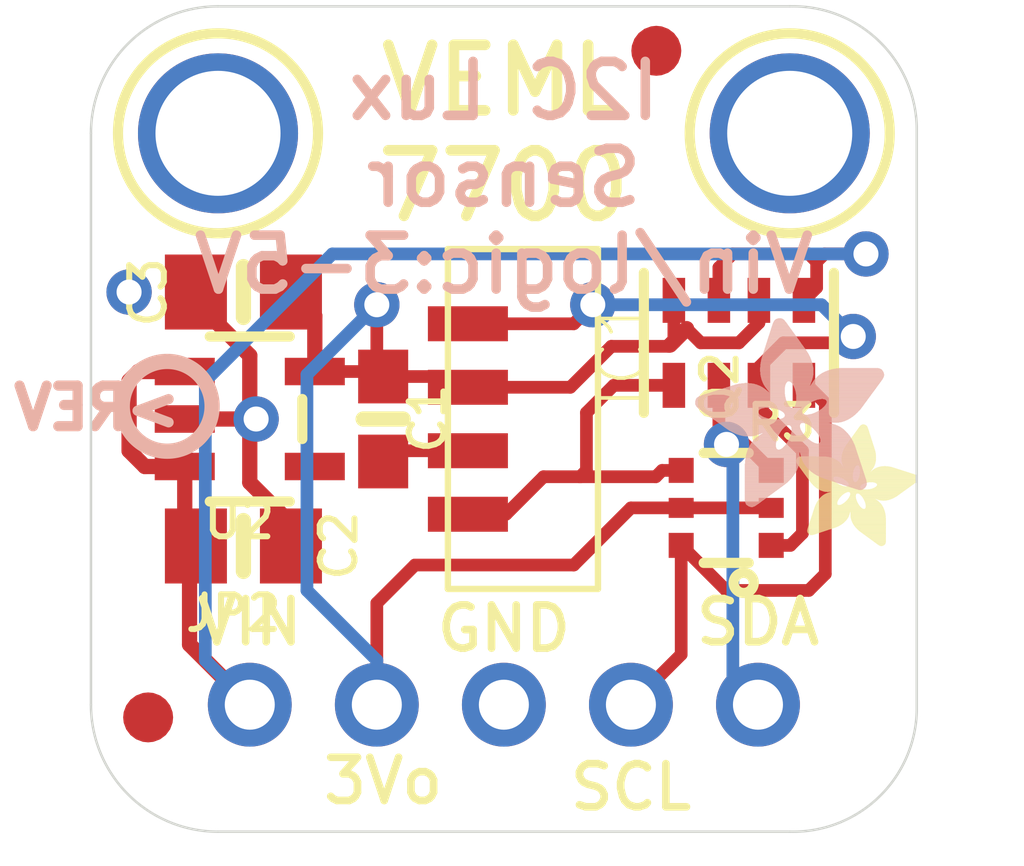
<source format=kicad_pcb>
(kicad_pcb (version 20211014) (generator pcbnew)
  (layers (0 "F.Cu" signal) (31 "B.Cu" signal) (34 "B.Paste" user) (35 "F.Paste" user) (36 "B.SilkS" user "B.Silkscreen") (37 "F.SilkS" user "F.Silkscreen") (38 "B.Mask" user) (39 "F.Mask" user) (44 "Edge.Cuts" user))
  (net 0 "")
  (net 1 "GND")
  (net 2 "SDA")
  (net 3 "SCL")
  (net 4 "VIN")
  (net 5 "SCL_3V")
  (net 6 "SDA_3V")
  (net 7 "3.3V")
  (footprint "boardEagle:SOT23-5" (layer "F.Cu") (at 143.4211 105.0036 -90)
    (fp_text reference "U2" (at 2.032 -0.562) (layer "F.SilkS") (effects (font (size 0.692831 0.692831) (thickness 0.119969)) (justify right)))
    (fp_text value "AP2112K-3.3")
    (pad "1" smd rect (at -0.95 1.3001 270) (size 0.55 1.2) (layers "F.Cu" "F.Paste" "F.Mask") (net 4 "VIN"))
    (pad "2" smd rect (at 0 1.3001 270) (size 0.55 1.2) (layers "F.Cu" "F.Paste" "F.Mask") (net 1 "GND"))
    (pad "3" smd rect (at 0.95 1.3001 270) (size 0.55 1.2) (layers "F.Cu" "F.Paste" "F.Mask") (net 4 "VIN"))
    (pad "4" smd rect (at 0.95 -1.3001 270) (size 0.55 1.2) (layers "F.Cu" "F.Paste" "F.Mask"))
    (pad "5" smd rect (at -0.95 -1.3001 270) (size 0.55 1.2) (layers "F.Cu" "F.Paste" "F.Mask") (net 7 "3.3V"))
  )
  (footprint "boardEagle:0805-NO" (layer "F.Cu") (at 143.2941 102.4636 180)
    (fp_text reference "C3" (at 1.905 -0.762 90) (layer "F.SilkS") (effects (font (size 0.692831 0.692831) (thickness 0.119969)) (justify left)))
    (fp_text value "10uF")
    (pad "1" smd rect (at -0.95 0 180) (size 1.24 1.5) (layers "F.Cu" "F.Paste" "F.Mask") (net 7 "3.3V"))
    (pad "2" smd rect (at 0.95 0 180) (size 1.24 1.5) (layers "F.Cu" "F.Paste" "F.Mask") (net 1 "GND"))
  )
  (footprint "boardEagle:0805-NO" (layer "F.Cu") (at 143.2941 107.5436)
    (fp_text reference "C2" (at 1.905 -0.762 90) (layer "F.SilkS") (effects (font (size 0.692831 0.692831) (thickness 0.119969)) (justify right)))
    (fp_text value "10uF")
    (pad "1" smd rect (at -0.95 0) (size 1.24 1.5) (layers "F.Cu" "F.Paste" "F.Mask") (net 4 "VIN"))
    (pad "2" smd rect (at 0.95 0) (size 1.24 1.5) (layers "F.Cu" "F.Paste" "F.Mask") (net 1 "GND"))
  )
  (footprint "boardEagle:FIDUCIAL_1MM" (layer "F.Cu") (at 151.5491 97.6376)
    (fp_text reference "FID1" hide)
    (fp_text value "FIDUCIAL_1MM" hide)
    (pad "1" smd roundrect (at 0 0) (size 1 1) (layers "F.Cu" "F.Mask") (roundrect_rratio 0.5))
  )
  (footprint "boardEagle:0603-NO" (layer "F.Cu") (at 146.0881 105.0036 -90)
    (fp_text reference "C1" (at -0.762 -0.889 90) (layer "F.SilkS") (effects (font (size 0.692831 0.692831) (thickness 0.119969)) (justify right)))
    (fp_text value "0.1uF")
    (pad "1" smd rect (at -0.85 0 270) (size 1.075 1) (layers "F.Cu" "F.Paste" "F.Mask") (net 7 "3.3V"))
    (pad "2" smd rect (at 0.85 0 270) (size 1.075 1) (layers "F.Cu" "F.Paste" "F.Mask") (net 1 "GND"))
  )
  (footprint "boardEagle:SOT363" (layer "F.Cu") (at 152.9461 106.7816 90)
    (fp_text reference "Q2" (at 1.651 -0.127 90) (layer "F.SilkS") (effects (font (size 0.692831 0.692831) (thickness 0.119969)) (justify left)))
    (fp_text value "BSS138")
    (pad "1" smd rect (at -0.75 0.9 90) (size 0.5 0.5) (layers "F.Cu" "F.Paste" "F.Mask") (net 5 "SCL_3V"))
    (pad "2" smd rect (at 0 0.9 90) (size 0.4 0.5) (layers "F.Cu" "F.Paste" "F.Mask") (net 7 "3.3V"))
    (pad "3" smd rect (at 0.75 0.9 90) (size 0.5 0.5) (layers "F.Cu" "F.Paste" "F.Mask") (net 2 "SDA"))
    (pad "4" smd rect (at 0.75 -0.9 90) (size 0.5 0.5) (layers "F.Cu" "F.Paste" "F.Mask") (net 6 "SDA_3V"))
    (pad "5" smd rect (at 0 -0.9 90) (size 0.4 0.5) (layers "F.Cu" "F.Paste" "F.Mask") (net 7 "3.3V"))
    (pad "6" smd rect (at -0.75 -0.9 90) (size 0.5 0.5) (layers "F.Cu" "F.Paste" "F.Mask") (net 3 "SCL"))
  )
  (footprint "boardEagle:FIDUCIAL_1MM" (layer "F.Cu") (at 141.3891 110.9726)
    (fp_text reference "FID2" hide)
    (fp_text value "FIDUCIAL_1MM" hide)
    (pad "1" smd roundrect (at 0 0) (size 1 1) (layers "F.Cu" "F.Mask") (roundrect_rratio 0.5))
  )
  (footprint "boardEagle:1X05_ROUND" (layer "F.Cu") (at 148.5011 110.7186)
    (fp_text reference "JP2" (at -6.4262 -1.8288) (layer "F.SilkS") (effects (font (size 0.692831 0.692831) (thickness 0.119969)) (justify left)))
    (fp_text value "")
    (pad "1" thru_hole circle (at -5.08 0 90) (size 1.6764 1.6764) (drill 1) (layers *.Cu *.Mask) (net 4 "VIN"))
    (pad "2" thru_hole circle (at -2.54 0 90) (size 1.6764 1.6764) (drill 1) (layers *.Cu *.Mask) (net 7 "3.3V"))
    (pad "3" thru_hole circle (at 0 0 90) (size 1.6764 1.6764) (drill 1) (layers *.Cu *.Mask) (net 1 "GND"))
    (pad "4" thru_hole circle (at 2.54 0 90) (size 1.6764 1.6764) (drill 1) (layers *.Cu *.Mask) (net 3 "SCL"))
    (pad "5" thru_hole circle (at 5.08 0 90) (size 1.6764 1.6764) (drill 1) (layers *.Cu *.Mask) (net 2 "SDA"))
  )
  (footprint "boardEagle:RESPACK_4X0603" (layer "F.Cu") (at 153.2001 103.4796 180)
    (fp_text reference "R3" (at -1.6 -1.6) (layer "F.SilkS") (effects (font (size 0.692831 0.692831) (thickness 0.119969)) (justify right)))
    (fp_text value "10K")
    (pad "1" smd rect (at -1.3 0.85 180) (size 0.45 0.9) (layers "F.Cu" "F.Paste" "F.Mask") (net 4 "VIN"))
    (pad "2" smd rect (at -0.4 0.85 180) (size 0.45 0.9) (layers "F.Cu" "F.Paste" "F.Mask") (net 7 "3.3V"))
    (pad "3" smd rect (at 0.4 0.85 180) (size 0.45 0.9) (layers "F.Cu" "F.Paste" "F.Mask") (net 4 "VIN"))
    (pad "4" smd rect (at 1.3 0.85 180) (size 0.45 0.9) (layers "F.Cu" "F.Paste" "F.Mask") (net 7 "3.3V"))
    (pad "5" smd rect (at 1.3 -0.85 180) (size 0.45 0.9) (layers "F.Cu" "F.Paste" "F.Mask") (net 6 "SDA_3V"))
    (pad "6" smd rect (at 0.4 -0.85 180) (size 0.45 0.9) (layers "F.Cu" "F.Paste" "F.Mask") (net 2 "SDA"))
    (pad "7" smd rect (at -0.4 -0.85 180) (size 0.45 0.9) (layers "F.Cu" "F.Paste" "F.Mask") (net 5 "SCL_3V"))
    (pad "8" smd rect (at -1.3 -0.85 180) (size 0.45 0.9) (layers "F.Cu" "F.Paste" "F.Mask") (net 3 "SCL"))
  )
  (footprint "boardEagle:MOUNTINGHOLE_2.5_PLATED" (layer "F.Cu") (at 142.7861 99.2886)
    (fp_text reference "U$3" hide)
    (fp_text value "MOUNTINGHOLE2.5" hide)
    (pad "P$1" thru_hole circle (at 0 0) (size 3.2 3.2) (drill 2.5) (layers *.Cu *.Mask))
  )
  (footprint "boardEagle:VEML7700" (layer "F.Cu") (at 148.8821 105.0036 -90)
    (fp_text reference "IC1" (at -2.5 -2 90) (layer "F.SilkS") (effects (font (size 0.9264 0.9264) (thickness 0.0736)) (justify right)))
    (fp_text value "VEML7700")
    (pad "1" smd rect (at -1.905 1.1 180) (size 1.6 0.7) (layers "F.Cu" "F.Paste" "F.Mask") (net 5 "SCL_3V"))
    (pad "2" smd rect (at -0.635 1.1 180) (size 1.6 0.7) (layers "F.Cu" "F.Paste" "F.Mask") (net 7 "3.3V"))
    (pad "3" smd rect (at 0.635 1.1 180) (size 1.6 0.7) (layers "F.Cu" "F.Paste" "F.Mask") (net 1 "GND"))
    (pad "4" smd rect (at 1.905 1.1 180) (size 1.6 0.7) (layers "F.Cu" "F.Paste" "F.Mask") (net 6 "SDA_3V"))
  )
  (footprint "boardEagle:ADAFRUIT_2.5MM" (layer "F.Cu") (at 154.3431 107.5436)
    (fp_text reference "U$8" hide)
    (fp_text value "" hide)
  )
  (footprint "boardEagle:MOUNTINGHOLE_2.5_PLATED" (layer "F.Cu") (at 154.2161 99.2886)
    (fp_text reference "U$4" hide)
    (fp_text value "MOUNTINGHOLE2.5" hide)
    (pad "P$1" thru_hole circle (at 0 0) (size 3.2 3.2) (drill 2.5) (layers *.Cu *.Mask))
  )
  (footprint "boardEagle:KATTNI_STOP" (layer "B.Cu") (at 151.6761 106.1466 180)
    (fp_text reference "U$12" hide)
    (fp_text value "" hide)
  )
  (footprint "boardEagle:PCBFEAT-REV-040" (layer "B.Cu") (at 141.7701 104.7496 180)
    (fp_text reference "U$27" hide)
    (fp_text value "" hide)
    (fp_text user ">REV" (at -0.3556 -0.508) (layer "B.SilkS") (effects (font (size 0.8128 0.8128) (thickness 0.2032)) (justify left bottom mirror)))
  )
  (footprint "boardEagle:ADAFRUIT_3.5MM" (layer "B.Cu") (at 156.1211 106.7816 180)
    (fp_text reference "U$1" hide)
    (fp_text value "" hide)
  )
  (gr_arc (start 154.2161 96.7486) (mid 155.985849 97.429049) (end 156.7561 99.1616) (layer "Edge.Cuts") (width 0.05))
  (gr_line (start 140.2461 110.7186) (end 140.2461 99.2886) (layer "Edge.Cuts") (width 0.05))
  (gr_line (start 142.7861 96.7486) (end 154.2161 96.7486) (layer "Edge.Cuts") (width 0.05))
  (gr_arc (start 156.7561 110.8456) (mid 155.985849 112.578151) (end 154.2161 113.2586) (layer "Edge.Cuts") (width 0.05))
  (gr_line (start 154.2161 113.2586) (end 142.7861 113.2586) (layer "Edge.Cuts") (width 0.05))
  (gr_line (start 156.7561 99.1616) (end 156.7561 110.8456) (layer "Edge.Cuts") (width 0.05))
  (gr_arc (start 140.2461 99.2886) (mid 140.990049 97.492549) (end 142.7861 96.7486) (layer "Edge.Cuts") (width 0.05))
  (gr_arc (start 142.7861 113.2586) (mid 140.990049 112.514651) (end 140.2461 110.7186) (layer "Edge.Cuts") (width 0.05))
  (gr_text "I2C Lux\nSensor\nVin/logic:3-5V" (at 148.5011 100.1776) (layer "B.SilkS") (effects (font (size 1.0795 1.0795) (thickness 0.1905)) (justify mirror)))
  (gr_text "3Vo" (at 146.0881 112.2426) (layer "F.SilkS") (effects (font (size 0.8636 0.8636) (thickness 0.1524))))
  (gr_text "GND" (at 148.5011 109.1946) (layer "F.SilkS") (effects (font (size 0.8636 0.8636) (thickness 0.1524))))
  (gr_text "VIN" (at 143.4211 109.0676) (layer "F.SilkS") (effects (font (size 0.8636 0.8636) (thickness 0.1524))))
  (gr_text "SDA" (at 153.5811 109.0676) (layer "F.SilkS") (effects (font (size 0.8636 0.8636) (thickness 0.1524))))
  (gr_text "VEML\n7700" (at 148.5011 99.2886) (layer "F.SilkS") (effects (font (size 1.31064 1.31064) (thickness 0.21336))))
  (gr_text "SCL" (at 151.0411 112.3696) (layer "F.SilkS") (effects (font (size 0.8636 0.8636) (thickness 0.1524))))
  (segment (start 142.3441 102.6566) (end 142.3441 102.4636) (width 0.3048) (layer "F.Cu") (net 1))
  (segment (start 142.121 105.0036) (end 143.4211 105.0036) (width 0.3048) (layer "F.Cu") (net 1))
  (segment (start 144.2441 107.5436) (end 144.2441 107.0966) (width 0.3048) (layer "F.Cu") (net 1))
  (segment (start 147.7821 105.6386) (end 146.3031 105.6386) (width 0.254) (layer "F.Cu") (net 1))
  (segment (start 143.4211 103.7336) (end 142.3441 102.6566) (width 0.3048) (layer "F.Cu") (net 1))
  (segment (start 146.3031 105.6386) (end 146.0881 105.8536) (width 0.254) (layer "F.Cu") (net 1))
  (segment (start 143.4211 106.2736) (end 143.4211 105.0036) (width 0.3048) (layer "F.Cu") (net 1))
  (segment (start 144.2441 107.0966) (end 143.4211 106.2736) (width 0.3048) (layer "F.Cu") (net 1))
  (segment (start 143.4211 105.0036) (end 143.4211 103.7336) (width 0.3048) (layer "F.Cu") (net 1))
  (via (at 141.0081 102.4636) (size 0.9064) (drill 0.5) (layers "F.Cu" "B.Cu") (net 1))
  (via (at 143.5481 105.0036) (size 0.9064) (drill 0.5) (layers "F.Cu" "B.Cu") (net 1))
  (segment (start 152.9525 105.5116) (end 152.8001 105.5116) (width 0.254) (layer "F.Cu") (net 2))
  (segment (start 153.8461 106.0316) (end 153.0721 105.2576) (width 0.254) (layer "F.Cu") (net 2))
  (segment (start 153.0721 105.2576) (end 152.8001 105.2576) (width 0.254) (layer "F.Cu") (net 2))
  (segment (start 152.8001 105.2576) (end 152.8001 105.5116) (width 0.254) (layer "F.Cu") (net 2))
  (segment (start 152.8001 104.3296) (end 152.8001 105.2576) (width 0.254) (layer "F.Cu") (net 2))
  (via (at 152.9525 105.5116) (size 0.9064) (drill 0.5) (layers "F.Cu" "B.Cu") (net 2))
  (segment (start 153.5811 110.7186) (end 153.0795 110.217) (width 0.254) (layer "B.Cu") (net 2))
  (segment (start 153.0795 105.3846) (end 152.9525 105.5116) (width 0.254) (layer "B.Cu") (net 2))
  (segment (start 153.0795 105.3846) (end 153.0795 110.217) (width 0.254) (layer "B.Cu") (net 2))
  (segment (start 154.9273 104.687219) (end 154.569681 104.3296) (width 0.254) (layer "F.Cu") (net 3))
  (segment (start 152.0461 107.5316) (end 152.9471 108.4326) (width 0.254) (layer "F.Cu") (net 3))
  (segment (start 154.569681 104.3296) (end 154.5001 104.3296) (width 0.254) (layer "F.Cu") (net 3))
  (segment (start 152.0461 109.7136) (end 152.0461 107.5316) (width 0.254) (layer "F.Cu") (net 3))
  (segment (start 152.9471 108.4326) (end 154.5971 108.4326) (width 0.254) (layer "F.Cu") (net 3))
  (segment (start 154.9273 108.1024) (end 154.9273 104.687219) (width 0.254) (layer "F.Cu") (net 3))
  (segment (start 154.5971 108.4326) (end 154.9273 108.1024) (width 0.254) (layer "F.Cu") (net 3))
  (segment (start 151.0411 110.7186) (end 152.0461 109.7136) (width 0.254) (layer "F.Cu") (net 3))
  (segment (start 154.9111 101.7016) (end 154.7541 101.8586) (width 0.254) (layer "F.Cu") (net 4))
  (segment (start 153.0731 101.7016) (end 154.5971 101.7016) (width 0.254) (layer "F.Cu") (net 4))
  (segment (start 143.4211 110.7186) (end 142.2171 109.5146) (width 0.3048) (layer "F.Cu") (net 4))
  (segment (start 142.121 105.9536) (end 141.3231 105.9536) (width 0.3048) (layer "F.Cu") (net 4))
  (segment (start 154.7541 101.858607) (end 154.7541 102.3756) (width 0.254) (layer "F.Cu") (net 4))
  (segment (start 141.0081 104.241607) (end 141.1961 104.053604) (width 0.3048) (layer "F.Cu") (net 4))
  (segment (start 154.5971 101.701607) (end 154.5971 101.7016) (width 0.254) (layer "F.Cu") (net 4))
  (segment (start 154.7541 101.858607) (end 154.5971 101.701607) (width 0.254) (layer "F.Cu") (net 4))
  (segment (start 154.7541 102.3756) (end 154.5001 102.6296) (width 0.254) (layer "F.Cu") (net 4))
  (segment (start 152.8001 102.6296) (end 152.8001 101.9746) (width 0.254) (layer "F.Cu") (net 4))
  (segment (start 152.8001 101.9746) (end 153.0731 101.7016) (width 0.254) (layer "F.Cu") (net 4))
  (segment (start 141.0081 105.6386) (end 141.0081 104.241607) (width 0.3048) (layer "F.Cu") (net 4))
  (segment (start 142.2171 107.6706) (end 142.3441 107.5436) (width 0.3048) (layer "F.Cu") (net 4))
  (segment (start 154.7541 101.8586) (end 154.7541 101.858607) (width 0.254) (layer "F.Cu") (net 4))
  (segment (start 141.196103 104.0536) (end 142.121 104.0536) (width 0.3048) (layer "F.Cu") (net 4))
  (segment (start 155.7401 101.7016) (end 154.9111 101.7016) (width 0.254) (layer "F.Cu") (net 4))
  (segment (start 142.121 107.3205) (end 142.121 105.9536) (width 0.3048) (layer "F.Cu") (net 4))
  (segment (start 142.3441 107.5436) (end 142.121 107.3205) (width 0.3048) (layer "F.Cu") (net 4))
  (segment (start 141.3231 105.9536) (end 141.0081 105.6386) (width 0.3048) (layer "F.Cu") (net 4))
  (segment (start 141.1961 104.053604) (end 141.196103 104.0536) (width 0.3048) (layer "F.Cu") (net 4))
  (segment (start 142.2171 107.6706) (end 142.2171 109.5146) (width 0.3048) (layer "F.Cu") (net 4))
  (via (at 155.7401 101.7016) (size 0.9064) (drill 0.5) (layers "F.Cu" "B.Cu") (net 4))
  (segment (start 155.7401 101.7016) (end 145.0721 101.7016) (width 0.254) (layer "B.Cu") (net 4))
  (segment (start 145.0721 101.7016) (end 142.5321 104.2416) (width 0.254) (layer "B.Cu") (net 4))
  (segment (start 142.5321 104.2416) (end 142.5321 109.8296) (width 0.254) (layer "B.Cu") (net 4))
  (segment (start 142.5321 109.8296) (end 143.4211 110.7186) (width 0.254) (layer "B.Cu") (net 4))
  (segment (start 154.2281 107.5316) (end 153.8461 107.5316) (width 0.254) (layer "F.Cu") (net 5))
  (segment (start 153.6001 104.3296) (end 153.6001 104.7686) (width 0.254) (layer "F.Cu") (net 5))
  (segment (start 149.8981 103.0986) (end 150.2791 102.7176) (width 0.254) (layer "F.Cu") (net 5))
  (segment (start 154.4701 105.6386) (end 153.6001 104.7686) (width 0.254) (layer "F.Cu") (net 5))
  (segment (start 155.486096 103.3526) (end 155.359096 103.4796) (width 0.254) (layer "F.Cu") (net 5))
  (segment (start 147.7821 103.0986) (end 149.8981 103.0986) (width 0.254) (layer "F.Cu") (net 5))
  (segment (start 155.359096 103.4796) (end 154.0891 103.4796) (width 0.254) (layer "F.Cu") (net 5))
  (segment (start 153.6001 103.9686) (end 153.6001 104.3296) (width 0.254) (layer "F.Cu") (net 5))
  (segment (start 154.4701 107.2896) (end 154.2281 107.5316) (width 0.254) (layer "F.Cu") (net 5))
  (segment (start 154.4701 105.6386) (end 154.4701 107.2896) (width 0.254) (layer "F.Cu") (net 5))
  (segment (start 154.0891 103.4796) (end 153.6001 103.9686) (width 0.254) (layer "F.Cu") (net 5))
  (via (at 150.2791 102.7176) (size 0.9064) (drill 0.5) (layers "F.Cu" "B.Cu") (net 5))
  (via (at 155.486096 103.3526) (size 0.9064) (drill 0.5) (layers "F.Cu" "B.Cu") (net 5))
  (segment (start 155.486096 103.3526) (end 154.851096 102.7176) (width 0.254) (layer "B.Cu") (net 5))
  (segment (start 150.2791 102.7176) (end 154.851096 102.7176) (width 0.254) (layer "B.Cu") (net 5))
  (segment (start 150.1521 104.8766) (end 150.1521 106.0316) (width 0.254) (layer "F.Cu") (net 6))
  (segment (start 151.5381 106.1586) (end 150.0251 106.1586) (width 0.254) (layer "F.Cu") (net 6))
  (segment (start 151.6651 106.0316) (end 151.5381 106.1586) (width 0.254) (layer "F.Cu") (net 6))
  (segment (start 149.2941 106.1586) (end 148.5441 106.9086) (width 0.254) (layer "F.Cu") (net 6))
  (segment (start 150.1521 106.0316) (end 150.0251 106.1586) (width 0.254) (layer "F.Cu") (net 6))
  (segment (start 147.7821 106.9086) (end 148.5441 106.9086) (width 0.254) (layer "F.Cu") (net 6))
  (segment (start 152.0461 106.0316) (end 151.6651 106.0316) (width 0.254) (layer "F.Cu") (net 6))
  (segment (start 150.0251 106.1586) (end 149.2941 106.1586) (width 0.254) (layer "F.Cu") (net 6))
  (segment (start 150.6991 104.3296) (end 150.1521 104.8766) (width 0.254) (layer "F.Cu") (net 6))
  (segment (start 151.9001 104.3296) (end 150.6991 104.3296) (width 0.254) (layer "F.Cu") (net 6))
  (segment (start 151.9001 103.4496) (end 152.1541 103.1956) (width 0.3048) (layer "F.Cu") (net 7))
  (segment (start 152.0461 106.7816) (end 151.0411 106.7816) (width 0.254) (layer "F.Cu") (net 7))
  (segment (start 145.9881 104.0536) (end 146.0881 104.1536) (width 0.254) (layer "F.Cu") (net 7))
  (segment (start 151.8003 103.5494) (end 151.8257 103.524) (width 0.254) (layer "F.Cu") (net 7))
  (segment (start 152.0461 106.7816) (end 153.8461 106.7816) (width 0.254) (layer "F.Cu") (net 7))
  (segment (start 144.7212 104.0536) (end 144.7212 102.9407) (width 0.3048) (layer "F.Cu") (net 7))
  (segment (start 146.0881 104.1536) (end 145.9611 104.0266) (width 0.254) (layer "F.Cu") (net 7))
  (segment (start 144.7212 104.0536) (end 145.9881 104.0536) (width 0.254) (layer "F.Cu") (net 7))
  (segment (start 146.0881 104.1536) (end 147.5671 104.1536) (width 0.254) (layer "F.Cu") (net 7))
  (segment (start 150.649325 103.5494) (end 149.830125 104.3686) (width 0.254) (layer "F.Cu") (net 7))
  (segment (start 145.9611 104.0266) (end 145.9611 102.7176) (width 0.254) (layer "F.Cu") (net 7))
  (segment (start 153.6001 102.6296) (end 153.6001 103.0796) (width 0.254) (layer "F.Cu") (net 7))
  (segment (start 145.9611 108.6866) (end 145.9611 110.7186) (width 0.254) (layer "F.Cu") (net 7))
  (segment (start 144.7212 102.9407) (end 144.2441 102.4636) (width 0.3048) (layer "F.Cu") (net 7))
  (segment (start 153.6001 103.0796) (end 153.2001 103.4796) (width 0.254) (layer "F.Cu") (net 7))
  (segment (start 151.8257 103.524) (end 151.9001 103.4496) (width 0.3048) (layer "F.Cu") (net 7))
  (segment (start 150.649325 103.5494) (end 151.8003 103.5494) (width 0.254) (layer "F.Cu") (net 7))
  (segment (start 146.7231 107.9246) (end 145.9611 108.6866) (width 0.254) (layer "F.Cu") (net 7))
  (segment (start 147.7821 104.3686) (end 149.830125 104.3686) (width 0.254) (layer "F.Cu") (net 7))
  (segment (start 151.9001 102.6296) (end 151.9001 103.4496) (width 0.254) (layer "F.Cu") (net 7))
  (segment (start 152.4381 103.4796) (end 152.1541 103.1956) (width 0.254) (layer "F.Cu") (net 7))
  (segment (start 151.0411 106.7816) (end 149.8981 107.9246) (width 0.254) (layer "F.Cu") (net 7))
  (segment (start 147.5671 104.1536) (end 147.7821 104.3686) (width 0.254) (layer "F.Cu") (net 7))
  (segment (start 149.8981 107.9246) (end 146.7231 107.9246) (width 0.254) (layer "F.Cu") (net 7))
  (segment (start 153.2001 103.4796) (end 152.4381 103.4796) (width 0.254) (layer "F.Cu") (net 7))
  (via (at 145.9611 102.7176) (size 0.9064) (drill 0.5) (layers "F.Cu" "B.Cu") (net 7))
  (segment (start 145.9611 109.8296) (end 145.9611 110.7186) (width 0.254) (layer "B.Cu") (net 7))
  (segment (start 144.5641 104.1146) (end 144.5641 108.4326) (width 0.254) (layer "B.Cu") (net 7))
  (segment (start 144.5641 108.4326) (end 145.9611 109.8296) (width 0.254) (layer "B.Cu") (net 7))
  (segment (start 145.9611 102.7176) (end 144.5641 104.1146) (width 0.254) (layer "B.Cu") (net 7))
)
</source>
